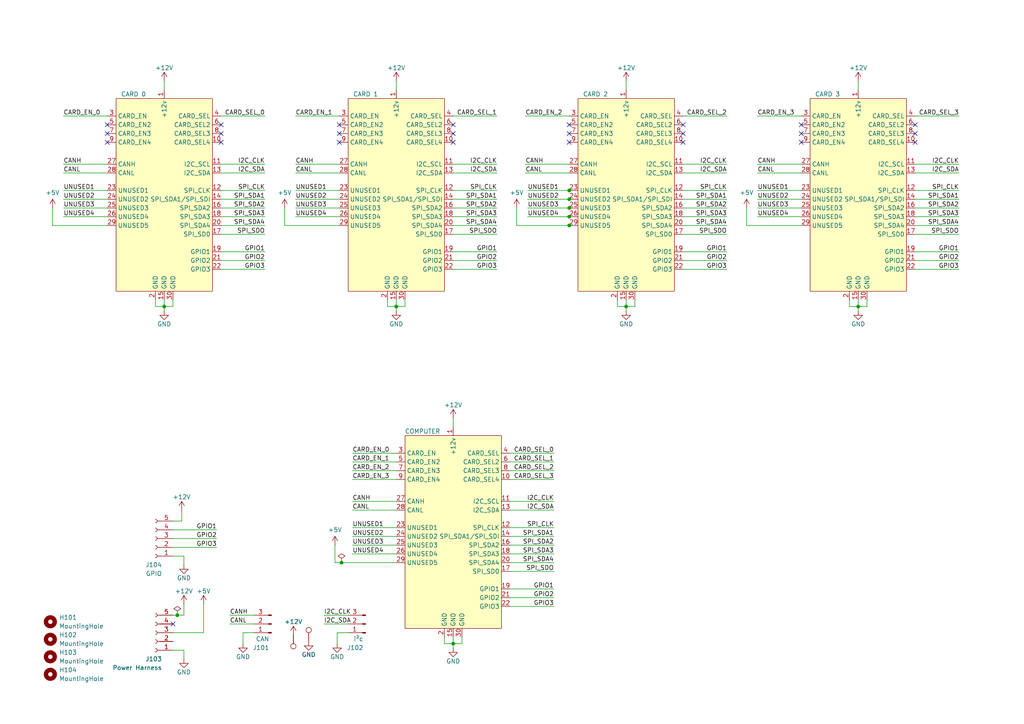
<source format=kicad_sch>
(kicad_sch (version 20231120) (generator "eeschema") (generator_version "8.0")
  (paper "A4")
  (lib_symbols
    (symbol "Connector:Conn_01x03_Pin" (pin_names (offset 1.016) hide)
      (property "Reference" "J" (at 0 5.08 0))
      (property "Value" "Conn_01x03_Pin" (at 0 -5.08 0))
      (symbol "Conn_01x03_Pin_1_1"
        (polyline (pts (xy 1.27 -2.54) (xy 0.8636 -2.54)) (stroke (width 0.1524)))
        (polyline (pts (xy 1.27 0) (xy 0.8636 0)) (stroke (width 0.1524)))
        (polyline (pts (xy 1.27 2.54) (xy 0.8636 2.54)) (stroke (width 0.1524)))
        (rectangle (start 0.8636 -2.413) (end 0 -2.667) (stroke (width 0.1524)) (fill (type outline)))
        (rectangle (start 0.8636 0.127) (end 0 -0.127) (stroke (width 0.1524)) (fill (type outline)))
        (rectangle (start 0.8636 2.667) (end 0 2.413) (stroke (width 0.1524)) (fill (type outline)))
        (pin passive line (at 5.08 2.54 180) (length 3.81) (name "Pin_1") (number "1"))
        (pin passive line (at 5.08 0 180) (length 3.81) (name "Pin_2") (number "2"))
        (pin passive line (at 5.08 -2.54 180) (length 3.81) (name "Pin_3") (number "3"))
      )
    )
    (symbol "Connector:Conn_01x05_Socket" (pin_names (offset 1.016) hide)
      (property "Reference" "J" (at 0 7.62 0))
      (property "Value" "Conn_01x05_Socket" (at 0 -7.62 0))
      (symbol "Conn_01x05_Socket_1_1"
        (arc (start 0 -4.572) (mid -0.5058 -5.08) (end 0 -5.588) (stroke (width 0.1524)))
        (arc (start 0 -2.032) (mid -0.5058 -2.54) (end 0 -3.048) (stroke (width 0.1524)))
        (polyline (pts (xy -1.27 -5.08) (xy -0.508 -5.08)) (stroke (width 0.1524)))
        (polyline (pts (xy -1.27 -2.54) (xy -0.508 -2.54)) (stroke (width 0.1524)))
        (polyline (pts (xy -1.27 0) (xy -0.508 0)) (stroke (width 0.1524)))
        (polyline (pts (xy -1.27 2.54) (xy -0.508 2.54)) (stroke (width 0.1524)))
        (polyline (pts (xy -1.27 5.08) (xy -0.508 5.08)) (stroke (width 0.1524)))
        (arc (start 0 0.508) (mid -0.5058 0) (end 0 -0.508) (stroke (width 0.1524)))
        (arc (start 0 3.048) (mid -0.5058 2.54) (end 0 2.032) (stroke (width 0.1524)))
        (arc (start 0 5.588) (mid -0.5058 5.08) (end 0 4.572) (stroke (width 0.1524)))
        (pin passive line (at -5.08 5.08 0) (length 3.81) (name "Pin_1") (number "1"))
        (pin passive line (at -5.08 2.54 0) (length 3.81) (name "Pin_2") (number "2"))
        (pin passive line (at -5.08 0 0) (length 3.81) (name "Pin_3") (number "3"))
        (pin passive line (at -5.08 -2.54 0) (length 3.81) (name "Pin_4") (number "4"))
        (pin passive line (at -5.08 -5.08 0) (length 3.81) (name "Pin_5") (number "5"))
      )
    )
    (symbol "Connector:TestPoint" (pin_numbers hide) (pin_names (offset 0.762) hide)
      (property "Reference" "TP" (at 0 6.858 0))
      (property "Value" "TestPoint" (at 0 5.08 0))
      (symbol "TestPoint_0_1"
        (circle (center 0 3.302) (radius 0.762))
      )
      (symbol "TestPoint_1_1"
        (pin passive line (at 0 0 90) (length 2.54) (name "1") (number "1"))
      )
    )
    (symbol "KenwoodFox:KIT_CONNECTOR"
      (property "Reference" "U" (at 12.7 -41.91 0))
      (property "Value" "CARD ?" (at 10.16 16.51 0))
      (symbol "KIT_CONNECTOR_1_1"
        (rectangle (start -13.97 15.24) (end 13.97 -40.64) (fill (type background)))
        (pin power_out line (at 0 17.78 270) (length 2.54) (name "+12v") (number "1"))
        (pin unspecified line (at 16.51 2.54 180) (length 2.54) (name "CARD_SEL4") (number "10"))
        (pin unspecified line (at 16.51 -3.81 180) (length 2.54) (name "I2C_SCL") (number "11"))
        (pin unspecified line (at 16.51 -11.43 180) (length 2.54) (name "SPI_CLK") (number "12"))
        (pin unspecified line (at 16.51 -6.35 180) (length 2.54) (name "I2C_SDA") (number "13"))
        (pin unspecified line (at 16.51 -13.97 180) (length 2.54) (name "SPI_SDA1/SPI_SDI") (number "14"))
        (pin power_out line (at 0 -43.18 90) (length 2.54) (name "GND") (number "15"))
        (pin unspecified line (at 16.51 -16.51 180) (length 2.54) (name "SPI_SDA2") (number "16"))
        (pin unspecified line (at 16.51 -24.13 180) (length 2.54) (name "SPI_SD0") (number "17"))
        (pin unspecified line (at 16.51 -19.05 180) (length 2.54) (name "SPI_SDA3") (number "18"))
        (pin unspecified line (at 16.51 -29.21 180) (length 2.54) (name "GPIO1") (number "19"))
        (pin power_out line (at -2.54 -43.18 90) (length 2.54) (name "GND") (number "2"))
        (pin unspecified line (at 16.51 -21.59 180) (length 2.54) (name "SPI_SDA4") (number "20"))
        (pin unspecified line (at 16.51 -31.75 180) (length 2.54) (name "GPIO2") (number "21"))
        (pin unspecified line (at 16.51 -34.29 180) (length 2.54) (name "GPIO3") (number "22"))
        (pin unspecified line (at -16.51 -11.43 0) (length 2.54) (name "UNUSED1") (number "23"))
        (pin unspecified line (at -16.51 -13.97 0) (length 2.54) (name "UNUSED2") (number "24"))
        (pin unspecified line (at -16.51 -16.51 0) (length 2.54) (name "UNUSED3") (number "25"))
        (pin unspecified line (at -16.51 -19.05 0) (length 2.54) (name "UNUSED4") (number "26"))
        (pin unspecified line (at -16.51 -3.81 0) (length 2.54) (name "CANH") (number "27"))
        (pin unspecified line (at -16.51 -6.35 0) (length 2.54) (name "CANL") (number "28"))
        (pin unspecified line (at -16.51 -21.59 0) (length 2.54) (name "UNUSED5") (number "29"))
        (pin unspecified line (at -16.51 10.16 0) (length 2.54) (name "CARD_EN") (number "3"))
        (pin power_out line (at 2.54 -43.18 90) (length 2.54) (name "GND") (number "30"))
        (pin unspecified line (at 16.51 10.16 180) (length 2.54) (name "CARD_SEL") (number "4"))
        (pin unspecified line (at -16.51 7.62 0) (length 2.54) (name "CARD_EN2") (number "5"))
        (pin unspecified line (at 16.51 7.62 180) (length 2.54) (name "CARD_SEL2") (number "6"))
        (pin unspecified line (at -16.51 5.08 0) (length 2.54) (name "CARD_EN3") (number "7"))
        (pin unspecified line (at 16.51 5.08 180) (length 2.54) (name "CARD_SEL3") (number "8"))
        (pin unspecified line (at -16.51 2.54 0) (length 2.54) (name "CARD_EN4") (number "9"))
      )
    )
    (symbol "Mechanical:MountingHole" (pin_names (offset 1.016))
      (property "Reference" "H" (at 0 5.08 0))
      (property "Value" "MountingHole" (at 0 3.175 0))
      (symbol "MountingHole_0_1"
        (circle (center 0 0) (radius 1.27) (stroke (width 1.27)))
      )
    )
    (symbol "power:+12V" (power) (pin_names (offset 0))
      (property "Value" "+12V" (at 0 3.556 0))
      (symbol "+12V_0_1"
        (polyline (pts (xy -0.762 1.27) (xy 0 2.54)))
        (polyline (pts (xy 0 0) (xy 0 2.54)))
        (polyline (pts (xy 0 2.54) (xy 0.762 1.27)))
      )
      (symbol "+12V_1_1"
        (pin power_in line (at 0 0 90) (length 0) hide (name "+12V") (number "1"))
      )
    )
    (symbol "power:+5V" (power) (pin_names (offset 0))
      (property "Value" "+5V" (at 0 3.556 0))
      (symbol "+5V_0_1"
        (polyline (pts (xy -0.762 1.27) (xy 0 2.54)))
        (polyline (pts (xy 0 0) (xy 0 2.54)))
        (polyline (pts (xy 0 2.54) (xy 0.762 1.27)))
      )
      (symbol "+5V_1_1"
        (pin power_in line (at 0 0 90) (length 0) hide (name "+5V") (number "1"))
      )
    )
    (symbol "power:GND" (power) (pin_names (offset 0))
      (property "Value" "GND" (at 0 -3.81 0))
      (symbol "GND_0_1"
        (polyline (pts (xy 0 0) (xy 0 -1.27) (xy 1.27 -1.27) (xy 0 -2.54) (xy -1.27 -1.27) (xy 0 -1.27)))
      )
      (symbol "GND_1_1"
        (pin power_in line (at 0 0 270) (length 0) hide (name "GND") (number "1"))
      )
    )
    (symbol "power:PWR_FLAG" (power) (pin_numbers hide) (pin_names (offset 0) hide)
      (property "Value" "PWR_FLAG" (at 0 3.81 0))
      (symbol "PWR_FLAG_0_0"
        (pin power_out line (at 0 0 90) (length 0) (name "pwr") (number "1"))
      )
      (symbol "PWR_FLAG_0_1"
        (polyline (pts (xy 0 0) (xy 0 1.27) (xy -1.016 1.905) (xy 0 2.54) (xy 1.016 1.905) (xy 0 1.27)))
      )
    )
  )
  (junction (at 47.625 88.9))
  (junction (at 248.92 88.9))
  (junction (at 51.435 178.435))
  (junction (at 165.1 55.245))
  (junction (at 165.1 62.865))
  (junction (at 165.1 65.405))
  (junction (at 99.06 163.195))
  (junction (at 131.445 186.69))
  (junction (at 165.1 60.325))
  (junction (at 181.61 88.9))
  (junction (at 114.935 88.9))
  (junction (at 165.1 57.785))
  (no_connect (at 131.445 38.735))
  (no_connect (at 98.425 38.735))
  (no_connect (at 31.115 36.195))
  (no_connect (at 131.445 36.195))
  (no_connect (at 64.135 38.735))
  (no_connect (at 265.43 36.195))
  (no_connect (at 64.135 41.275))
  (no_connect (at 165.1 41.275))
  (no_connect (at 165.1 38.735))
  (no_connect (at 64.135 36.195))
  (no_connect (at 98.425 36.195))
  (no_connect (at 131.445 41.275))
  (no_connect (at 165.1 36.195))
  (no_connect (at 232.41 36.195))
  (no_connect (at 232.41 41.275))
  (no_connect (at 50.165 180.975))
  (no_connect (at 232.41 38.735))
  (no_connect (at 198.12 36.195))
  (no_connect (at 31.115 38.735))
  (no_connect (at 265.43 41.275))
  (no_connect (at 198.12 41.275))
  (no_connect (at 98.425 41.275))
  (no_connect (at 265.43 38.735))
  (no_connect (at 31.115 41.275))
  (no_connect (at 198.12 38.735))
  (wire (pts (xy 18.415 60.325) (xy 31.115 60.325)))
  (wire (pts (xy 219.71 50.165) (xy 232.41 50.165)))
  (wire (pts (xy 248.92 90.17) (xy 248.92 88.9)))
  (wire (pts (xy 18.415 55.245) (xy 31.115 55.245)))
  (wire (pts (xy 160.655 173.355) (xy 147.955 173.355)))
  (wire (pts (xy 15.24 65.405) (xy 31.115 65.405)))
  (wire (pts (xy 219.71 55.245) (xy 232.41 55.245)))
  (wire (pts (xy 102.235 153.035) (xy 114.935 153.035)))
  (wire (pts (xy 52.705 147.955) (xy 52.705 151.13)))
  (wire (pts (xy 114.935 86.995) (xy 114.935 88.9)))
  (wire (pts (xy 210.82 62.865) (xy 198.12 62.865)))
  (wire (pts (xy 147.955 139.065) (xy 160.655 139.065)))
  (wire (pts (xy 210.82 73.025) (xy 198.12 73.025)))
  (wire (pts (xy 210.82 65.405) (xy 198.12 65.405)))
  (wire (pts (xy 153.035 62.865) (xy 165.1 62.865)))
  (wire (pts (xy 114.935 88.9) (xy 112.395 88.9)))
  (wire (pts (xy 76.835 50.165) (xy 64.135 50.165)))
  (wire (pts (xy 85.725 62.865) (xy 98.425 62.865)))
  (wire (pts (xy 59.055 175.26) (xy 59.055 183.515)))
  (wire (pts (xy 160.655 165.735) (xy 147.955 165.735)))
  (wire (pts (xy 133.985 186.69) (xy 133.985 184.785)))
  (wire (pts (xy 248.92 23.495) (xy 248.92 26.035)))
  (wire (pts (xy 85.725 55.245) (xy 98.425 55.245)))
  (wire (pts (xy 278.13 50.165) (xy 265.43 50.165)))
  (wire (pts (xy 147.955 133.985) (xy 160.655 133.985)))
  (wire (pts (xy 278.13 65.405) (xy 265.43 65.405)))
  (wire (pts (xy 99.06 163.195) (xy 114.935 163.195)))
  (wire (pts (xy 47.625 86.995) (xy 47.625 88.9)))
  (wire (pts (xy 278.13 55.245) (xy 265.43 55.245)))
  (wire (pts (xy 278.13 78.105) (xy 265.43 78.105)))
  (wire (pts (xy 248.92 86.995) (xy 248.92 88.9)))
  (wire (pts (xy 210.82 50.165) (xy 198.12 50.165)))
  (wire (pts (xy 131.445 186.69) (xy 133.985 186.69)))
  (wire (pts (xy 53.34 161.29) (xy 50.165 161.29)))
  (wire (pts (xy 131.445 33.655) (xy 144.145 33.655)))
  (wire (pts (xy 52.705 151.13) (xy 50.165 151.13)))
  (wire (pts (xy 97.79 186.69) (xy 97.79 183.515)))
  (wire (pts (xy 144.145 73.025) (xy 131.445 73.025)))
  (wire (pts (xy 278.13 67.945) (xy 265.43 67.945)))
  (wire (pts (xy 278.13 73.025) (xy 265.43 73.025)))
  (wire (pts (xy 160.655 160.655) (xy 147.955 160.655)))
  (wire (pts (xy 97.155 163.195) (xy 99.06 163.195)))
  (wire (pts (xy 153.035 60.325) (xy 165.1 60.325)))
  (wire (pts (xy 51.435 178.435) (xy 50.165 178.435)))
  (wire (pts (xy 53.34 175.26) (xy 53.34 178.435)))
  (wire (pts (xy 210.82 57.785) (xy 198.12 57.785)))
  (wire (pts (xy 210.82 67.945) (xy 198.12 67.945)))
  (wire (pts (xy 144.145 57.785) (xy 131.445 57.785)))
  (wire (pts (xy 76.835 67.945) (xy 64.135 67.945)))
  (wire (pts (xy 76.835 65.405) (xy 64.135 65.405)))
  (wire (pts (xy 153.035 57.785) (xy 165.1 57.785)))
  (wire (pts (xy 53.34 178.435) (xy 51.435 178.435)))
  (wire (pts (xy 181.61 88.9) (xy 184.15 88.9)))
  (wire (pts (xy 102.235 139.065) (xy 114.935 139.065)))
  (wire (pts (xy 179.07 86.995) (xy 179.07 88.9)))
  (wire (pts (xy 102.235 133.985) (xy 114.935 133.985)))
  (wire (pts (xy 62.865 156.21) (xy 50.165 156.21)))
  (wire (pts (xy 76.835 47.625) (xy 64.135 47.625)))
  (wire (pts (xy 85.725 60.325) (xy 98.425 60.325)))
  (wire (pts (xy 47.625 23.495) (xy 47.625 26.035)))
  (wire (pts (xy 278.13 57.785) (xy 265.43 57.785)))
  (wire (pts (xy 210.82 55.245) (xy 198.12 55.245)))
  (wire (pts (xy 278.13 62.865) (xy 265.43 62.865)))
  (wire (pts (xy 18.415 47.625) (xy 31.115 47.625)))
  (wire (pts (xy 62.865 158.75) (xy 50.165 158.75)))
  (wire (pts (xy 160.655 175.895) (xy 147.955 175.895)))
  (wire (pts (xy 102.235 131.445) (xy 114.935 131.445)))
  (wire (pts (xy 45.085 86.995) (xy 45.085 88.9)))
  (wire (pts (xy 131.445 184.785) (xy 131.445 186.69)))
  (wire (pts (xy 70.485 186.69) (xy 70.485 183.515)))
  (wire (pts (xy 152.4 33.655) (xy 165.1 33.655)))
  (wire (pts (xy 66.675 180.975) (xy 73.66 180.975)))
  (wire (pts (xy 219.71 33.655) (xy 232.41 33.655)))
  (wire (pts (xy 97.79 183.515) (xy 100.965 183.515)))
  (wire (pts (xy 160.655 145.415) (xy 147.955 145.415)))
  (wire (pts (xy 144.145 78.105) (xy 131.445 78.105)))
  (wire (pts (xy 97.155 158.115) (xy 97.155 163.195)))
  (wire (pts (xy 153.035 55.245) (xy 165.1 55.245)))
  (wire (pts (xy 66.675 178.435) (xy 73.66 178.435)))
  (wire (pts (xy 165.1 55.245) (xy 165.735 55.245)))
  (wire (pts (xy 47.625 88.9) (xy 50.165 88.9)))
  (wire (pts (xy 18.415 50.165) (xy 31.115 50.165)))
  (wire (pts (xy 219.71 62.865) (xy 232.41 62.865)))
  (wire (pts (xy 147.955 136.525) (xy 160.655 136.525)))
  (wire (pts (xy 102.235 136.525) (xy 114.935 136.525)))
  (wire (pts (xy 82.55 60.325) (xy 82.55 65.405)))
  (wire (pts (xy 144.145 60.325) (xy 131.445 60.325)))
  (wire (pts (xy 102.235 155.575) (xy 114.935 155.575)))
  (wire (pts (xy 76.835 75.565) (xy 64.135 75.565)))
  (wire (pts (xy 219.71 60.325) (xy 232.41 60.325)))
  (wire (pts (xy 181.61 86.995) (xy 181.61 88.9)))
  (wire (pts (xy 18.415 57.785) (xy 31.115 57.785)))
  (wire (pts (xy 181.61 90.17) (xy 181.61 88.9)))
  (wire (pts (xy 248.92 88.9) (xy 246.38 88.9)))
  (wire (pts (xy 165.1 57.785) (xy 165.735 57.785)))
  (wire (pts (xy 165.1 65.405) (xy 165.735 65.405)))
  (wire (pts (xy 85.725 50.165) (xy 98.425 50.165)))
  (wire (pts (xy 117.475 88.9) (xy 117.475 86.995)))
  (wire (pts (xy 160.655 155.575) (xy 147.955 155.575)))
  (wire (pts (xy 181.61 23.495) (xy 181.61 26.035)))
  (wire (pts (xy 85.725 33.655) (xy 98.425 33.655)))
  (wire (pts (xy 210.82 60.325) (xy 198.12 60.325)))
  (wire (pts (xy 18.415 33.655) (xy 31.115 33.655)))
  (wire (pts (xy 181.61 88.9) (xy 179.07 88.9)))
  (wire (pts (xy 144.145 65.405) (xy 131.445 65.405)))
  (wire (pts (xy 210.82 75.565) (xy 198.12 75.565)))
  (wire (pts (xy 198.12 33.655) (xy 210.82 33.655)))
  (wire (pts (xy 165.1 62.865) (xy 165.735 62.865)))
  (wire (pts (xy 210.82 78.105) (xy 198.12 78.105)))
  (wire (pts (xy 219.71 47.625) (xy 232.41 47.625)))
  (wire (pts (xy 62.865 153.67) (xy 50.165 153.67)))
  (wire (pts (xy 93.98 180.975) (xy 100.965 180.975)))
  (wire (pts (xy 144.145 50.165) (xy 131.445 50.165)))
  (wire (pts (xy 47.625 88.9) (xy 45.085 88.9)))
  (wire (pts (xy 248.92 88.9) (xy 251.46 88.9)))
  (wire (pts (xy 85.725 47.625) (xy 98.425 47.625)))
  (wire (pts (xy 144.145 47.625) (xy 131.445 47.625)))
  (wire (pts (xy 114.935 88.9) (xy 117.475 88.9)))
  (wire (pts (xy 102.235 158.115) (xy 114.935 158.115)))
  (wire (pts (xy 15.24 60.325) (xy 15.24 65.405)))
  (wire (pts (xy 144.145 75.565) (xy 131.445 75.565)))
  (wire (pts (xy 76.835 55.245) (xy 64.135 55.245)))
  (wire (pts (xy 216.535 65.405) (xy 232.41 65.405)))
  (wire (pts (xy 278.13 75.565) (xy 265.43 75.565)))
  (wire (pts (xy 102.235 147.955) (xy 114.935 147.955)))
  (wire (pts (xy 149.86 65.405) (xy 165.1 65.405)))
  (wire (pts (xy 114.935 90.17) (xy 114.935 88.9)))
  (wire (pts (xy 219.71 57.785) (xy 232.41 57.785)))
  (wire (pts (xy 278.13 60.325) (xy 265.43 60.325)))
  (wire (pts (xy 102.235 160.655) (xy 114.935 160.655)))
  (wire (pts (xy 160.655 153.035) (xy 147.955 153.035)))
  (wire (pts (xy 147.955 131.445) (xy 160.655 131.445)))
  (wire (pts (xy 76.835 57.785) (xy 64.135 57.785)))
  (wire (pts (xy 160.655 147.955) (xy 147.955 147.955)))
  (wire (pts (xy 76.835 60.325) (xy 64.135 60.325)))
  (wire (pts (xy 216.535 60.325) (xy 216.535 65.405)))
  (wire (pts (xy 50.165 88.9) (xy 50.165 86.995)))
  (wire (pts (xy 265.43 33.655) (xy 278.13 33.655)))
  (wire (pts (xy 144.145 55.245) (xy 131.445 55.245)))
  (wire (pts (xy 131.445 186.69) (xy 128.905 186.69)))
  (wire (pts (xy 152.4 50.165) (xy 165.1 50.165)))
  (wire (pts (xy 160.655 170.815) (xy 147.955 170.815)))
  (wire (pts (xy 131.445 121.285) (xy 131.445 123.825)))
  (wire (pts (xy 53.34 163.83) (xy 53.34 161.29)))
  (wire (pts (xy 59.055 183.515) (xy 50.165 183.515)))
  (wire (pts (xy 246.38 86.995) (xy 246.38 88.9)))
  (wire (pts (xy 47.625 90.17) (xy 47.625 88.9)))
  (wire (pts (xy 128.905 184.785) (xy 128.905 186.69)))
  (wire (pts (xy 53.34 188.595) (xy 50.165 188.595)))
  (wire (pts (xy 70.485 183.515) (xy 73.66 183.515)))
  (wire (pts (xy 76.835 62.865) (xy 64.135 62.865)))
  (wire (pts (xy 278.13 47.625) (xy 265.43 47.625)))
  (wire (pts (xy 82.55 65.405) (xy 98.425 65.405)))
  (wire (pts (xy 64.135 33.655) (xy 76.835 33.655)))
  (wire (pts (xy 210.82 47.625) (xy 198.12 47.625)))
  (wire (pts (xy 93.98 178.435) (xy 100.965 178.435)))
  (wire (pts (xy 251.46 88.9) (xy 251.46 86.995)))
  (wire (pts (xy 160.655 163.195) (xy 147.955 163.195)))
  (wire (pts (xy 149.86 60.325) (xy 149.86 65.405)))
  (wire (pts (xy 144.145 62.865) (xy 131.445 62.865)))
  (wire (pts (xy 112.395 86.995) (xy 112.395 88.9)))
  (wire (pts (xy 160.655 158.115) (xy 147.955 158.115)))
  (wire (pts (xy 102.235 145.415) (xy 114.935 145.415)))
  (wire (pts (xy 184.15 88.9) (xy 184.15 86.995)))
  (wire (pts (xy 131.445 187.96) (xy 131.445 186.69)))
  (wire (pts (xy 165.1 60.325) (xy 165.735 60.325)))
  (wire (pts (xy 53.34 191.135) (xy 53.34 188.595)))
  (wire (pts (xy 152.4 47.625) (xy 165.1 47.625)))
  (wire (pts (xy 144.145 67.945) (xy 131.445 67.945)))
  (wire (pts (xy 18.415 62.865) (xy 31.115 62.865)))
  (wire (pts (xy 76.835 78.105) (xy 64.135 78.105)))
  (wire (pts (xy 85.725 57.785) (xy 98.425 57.785)))
  (wire (pts (xy 76.835 73.025) (xy 64.135 73.025)))
  (wire (pts (xy 114.935 23.495) (xy 114.935 26.035)))
  (label "UNUSED3" (at 219.71 60.325 0))
  (label "UNUSED3" (at 85.725 60.325 0))
  (label "UNUSED4" (at 153.035 62.865 0))
  (label "GPIO2" (at 210.82 75.565 180))
  (label "GPIO3" (at 160.655 175.895 180))
  (label "GPIO1" (at 278.13 73.025 180))
  (label "GPIO2" (at 76.835 75.565 180))
  (label "SPI_SDA4" (at 76.835 65.405 180))
  (label "GPIO1" (at 76.835 73.025 180))
  (label "CANH" (at 85.725 47.625 0))
  (label "I2C_SDA" (at 278.13 50.165 180))
  (label "UNUSED4" (at 219.71 62.865 0))
  (label "SPI_SDA4" (at 160.655 163.195 180))
  (label "UNUSED4" (at 102.235 160.655 0))
  (label "I2C_SDA" (at 93.98 180.975 0))
  (label "I2C_CLK" (at 144.145 47.625 180))
  (label "CARD_EN_2" (at 152.4 33.655 0))
  (label "GPIO2" (at 144.145 75.565 180))
  (label "CARD_EN_1" (at 85.725 33.655 0))
  (label "CARD_EN_0" (at 102.235 131.445 0))
  (label "SPI_SDO" (at 76.835 67.945 180))
  (label "CARD_SEL_2" (at 160.655 136.525 180))
  (label "GPIO1" (at 62.865 153.67 180))
  (label "SPI_SDA1" (at 144.145 57.785 180))
  (label "I2C_CLK" (at 278.13 47.625 180))
  (label "UNUSED1" (at 18.415 55.245 0))
  (label "I2C_CLK" (at 76.835 47.625 180))
  (label "UNUSED2" (at 219.71 57.785 0))
  (label "UNUSED4" (at 85.725 62.865 0))
  (label "SPI_SDA1" (at 160.655 155.575 180))
  (label "UNUSED4" (at 18.415 62.865 0))
  (label "UNUSED2" (at 153.035 57.785 0))
  (label "GPIO3" (at 210.82 78.105 180))
  (label "UNUSED2" (at 18.415 57.785 0))
  (label "SPI_SDA2" (at 144.145 60.325 180))
  (label "I2C_SDA" (at 76.835 50.165 180))
  (label "UNUSED3" (at 18.415 60.325 0))
  (label "SPI_SDA3" (at 144.145 62.865 180))
  (label "SPI_SDO" (at 144.145 67.945 180))
  (label "SPI_SDO" (at 160.655 165.735 180))
  (label "GPIO3" (at 62.865 158.75 180))
  (label "SPI_CLK" (at 144.145 55.245 180))
  (label "CARD_SEL_2" (at 210.82 33.655 180))
  (label "I2C_CLK" (at 210.82 47.625 180))
  (label "CANL" (at 85.725 50.165 0))
  (label "SPI_CLK" (at 76.835 55.245 180))
  (label "UNUSED1" (at 85.725 55.245 0))
  (label "GPIO3" (at 278.13 78.105 180))
  (label "CARD_SEL_1" (at 160.655 133.985 180))
  (label "SPI_SDA1" (at 278.13 57.785 180))
  (label "GPIO3" (at 76.835 78.105 180))
  (label "SPI_CLK" (at 210.82 55.245 180))
  (label "SPI_SDA3" (at 160.655 160.655 180))
  (label "SPI_SDA2" (at 278.13 60.325 180))
  (label "CANL" (at 219.71 50.165 0))
  (label "CARD_SEL_1" (at 144.145 33.655 180))
  (label "CANH" (at 102.235 145.415 0))
  (label "CARD_EN_3" (at 219.71 33.655 0))
  (label "CANL" (at 66.675 180.975 0))
  (label "I2C_CLK" (at 160.655 145.415 180))
  (label "UNUSED1" (at 219.71 55.245 0))
  (label "I2C_SDA" (at 210.82 50.165 180))
  (label "SPI_SDA3" (at 76.835 62.865 180))
  (label "SPI_SDA2" (at 160.655 158.115 180))
  (label "UNUSED2" (at 85.725 57.785 0))
  (label "GPIO2" (at 62.865 156.21 180))
  (label "UNUSED3" (at 102.235 158.115 0))
  (label "GPIO1" (at 144.145 73.025 180))
  (label "GPIO1" (at 210.82 73.025 180))
  (label "SPI_CLK" (at 160.655 153.035 180))
  (label "SPI_SDA4" (at 278.13 65.405 180))
  (label "SPI_SDO" (at 210.82 67.945 180))
  (label "GPIO3" (at 144.145 78.105 180))
  (label "UNUSED3" (at 153.035 60.325 0))
  (label "CANH" (at 18.415 47.625 0))
  (label "CARD_EN_0" (at 18.415 33.655 0))
  (label "UNUSED2" (at 102.235 155.575 0))
  (label "CARD_EN_2" (at 102.235 136.525 0))
  (label "CARD_EN_3" (at 102.235 139.065 0))
  (label "UNUSED1" (at 102.235 153.035 0))
  (label "UNUSED1" (at 153.035 55.245 0))
  (label "SPI_SDA2" (at 210.82 60.325 180))
  (label "GPIO1" (at 160.655 170.815 180))
  (label "CANH" (at 219.71 47.625 0))
  (label "CANL" (at 152.4 50.165 0))
  (label "SPI_SDA1" (at 76.835 57.785 180))
  (label "CARD_EN_1" (at 102.235 133.985 0))
  (label "SPI_SDA4" (at 210.82 65.405 180))
  (label "SPI_CLK" (at 278.13 55.245 180))
  (label "CARD_SEL_3" (at 160.655 139.065 180))
  (label "CARD_SEL_0" (at 76.835 33.655 180))
  (label "I2C_CLK" (at 93.98 178.435 0))
  (label "SPI_SDA1" (at 210.82 57.785 180))
  (label "SPI_SDA4" (at 144.145 65.405 180))
  (label "GPIO2" (at 160.655 173.355 180))
  (label "CARD_SEL_3" (at 278.13 33.655 180))
  (label "SPI_SDA2" (at 76.835 60.325 180))
  (label "GPIO2" (at 278.13 75.565 180))
  (label "CARD_SEL_0" (at 160.655 131.445 180))
  (label "I2C_SDA" (at 144.145 50.165 180))
  (label "CANL" (at 18.415 50.165 0))
  (label "SPI_SDO" (at 278.13 67.945 180))
  (label "CANH" (at 152.4 47.625 0))
  (label "CANL" (at 102.235 147.955 0))
  (label "SPI_SDA3" (at 278.13 62.865 180))
  (label "CANH" (at 66.675 178.435 0))
  (label "SPI_SDA3" (at 210.82 62.865 180))
  (label "I2C_SDA" (at 160.655 147.955 180))
  (symbol (lib_id "Mechanical:MountingHole") (at 14.605 185.42 0) (unit 1)
    (property "Reference" "H102" (at 17.145 184.15 0) (effects (justify left)))
    (property "Value" "MountingHole" (at 17.145 186.69 0) (effects (justify left)))
    (property "Footprint" "MountingHole:MountingHole_3.5mm" (effects (hide yes)))
  )
  (symbol (lib_id "power:GND") (at 248.92 90.17 0) (unit 1)
    (property "Reference" "#PWR0110" (effects (hide yes)))
    (property "Value" "GND" (at 248.92 93.98 0))
  )
  (symbol (lib_id "power:+12V") (at 53.34 175.26 0) (unit 1)
    (property "Reference" "#PWR0122" (effects (hide yes)))
    (property "Value" "+12V" (at 53.34 171.45 0))
  )
  (symbol (lib_id "power:+12V") (at 248.92 23.495 0) (unit 1)
    (property "Reference" "#PWR0109" (effects (hide yes)))
    (property "Value" "+12V" (at 248.92 19.685 0))
  )
  (symbol (lib_id "power:+12V") (at 181.61 23.495 0) (unit 1)
    (property "Reference" "#PWR0107" (effects (hide yes)))
    (property "Value" "+12V" (at 181.61 19.685 0))
  )
  (symbol (lib_id "KenwoodFox:KIT_CONNECTOR") (at 47.625 43.815 0) (unit 1)
    (property "Reference" "U102" (effects (hide yes)))
    (property "Value" "CARD 0" (at 38.735 27.305 0))
    (property "Footprint" "KenwoodFox:EBM15DSEH" (effects (hide yes)))
  )
  (symbol (lib_id "power:+5V") (at 97.155 158.115 0) (unit 1)
    (property "Reference" "#PWR0111" (effects (hide yes)))
    (property "Value" "+5V" (at 97.155 153.67 0))
  )
  (symbol (lib_id "power:+5V") (at 82.55 60.325 0) (unit 1)
    (property "Reference" "#PWR0118" (effects (hide yes)))
    (property "Value" "+5V" (at 82.55 55.88 0))
  )
  (symbol (lib_id "Connector:TestPoint") (at 89.535 186.055 0) (unit 1)
    (property "Reference" "TP102" (effects (hide yes)))
    (property "Value" "TestPoint" (effects (hide yes)))
    (property "Footprint" "TestPoint:TestPoint_Loop_D2.54mm_Drill1.5mm_Beaded" (effects (hide yes)))
  )
  (symbol (lib_id "Connector:Conn_01x03_Pin") (at 78.74 180.975 180) (unit 1)
    (property "Reference" "J101" (at 78.105 188.595 0) (effects (justify left top)))
    (property "Value" "CAN" (at 78.105 186.055 0) (effects (justify left top)))
    (property "Footprint" "Connector_JST:JST_EH_B3B-EH-A_1x03_P2.50mm_Vertical" (effects (hide yes)))
  )
  (symbol (lib_id "power:+5V") (at 149.86 60.325 0) (unit 1)
    (property "Reference" "#PWR0119" (effects (hide yes)))
    (property "Value" "+5V" (at 149.86 55.88 0))
  )
  (symbol (lib_id "power:GND") (at 97.79 186.69 0) (unit 1)
    (property "Reference" "#PWR0114" (effects (hide yes)))
    (property "Value" "GND" (at 97.79 190.5 0))
  )
  (symbol (lib_id "KenwoodFox:KIT_CONNECTOR") (at 181.61 43.815 0) (unit 1)
    (property "Reference" "U104" (effects (hide yes)))
    (property "Value" "CARD 2" (at 172.72 27.305 0))
    (property "Footprint" "KenwoodFox:EBM15DSEH" (effects (hide yes)))
  )
  (symbol (lib_id "power:GND") (at 47.625 90.17 0) (unit 1)
    (property "Reference" "#PWR0124" (effects (hide yes)))
    (property "Value" "GND" (at 47.625 93.98 0))
  )
  (symbol (lib_id "power:GND") (at 181.61 90.17 0) (unit 1)
    (property "Reference" "#PWR0108" (effects (hide yes)))
    (property "Value" "GND" (at 181.61 93.98 0))
  )
  (symbol (lib_id "power:+5V") (at 216.535 60.325 0) (unit 1)
    (property "Reference" "#PWR0120" (effects (hide yes)))
    (property "Value" "+5V" (at 216.535 55.88 0))
  )
  (symbol (lib_id "Mechanical:MountingHole") (at 14.605 180.34 0) (unit 1)
    (property "Reference" "H101" (at 17.145 179.07 0) (effects (justify left)))
    (property "Value" "MountingHole" (at 17.145 181.61 0) (effects (justify left)))
    (property "Footprint" "MountingHole:MountingHole_3.5mm" (effects (hide yes)))
  )
  (symbol (lib_id "power:+5V") (at 15.24 60.325 0) (unit 1)
    (property "Reference" "#PWR0117" (effects (hide yes)))
    (property "Value" "+5V" (at 15.24 55.88 0))
  )
  (symbol (lib_id "power:GND") (at 131.445 187.96 0) (unit 1)
    (property "Reference" "#PWR0103" (effects (hide yes)))
    (property "Value" "GND" (at 131.445 191.77 0))
  )
  (symbol (lib_id "power:+12V") (at 131.445 121.285 0) (unit 1)
    (property "Reference" "#PWR0102" (effects (hide yes)))
    (property "Value" "+12V" (at 131.445 117.475 0))
  )
  (symbol (lib_id "power:PWR_FLAG") (at 99.06 163.195 0) (unit 1)
    (property "Reference" "#FLG0102" (effects (hide yes)))
    (property "Value" "PWR_FLAG" (effects (hide yes)))
  )
  (symbol (lib_id "power:+12V") (at 85.09 184.15 0) (unit 1)
    (property "Reference" "#PWR0112" (effects (hide yes)))
    (property "Value" "+12V" (at 85.09 180.34 0))
  )
  (symbol (lib_id "power:+12V") (at 52.705 147.955 0) (unit 1)
    (property "Reference" "#PWR0116" (effects (hide yes)))
    (property "Value" "+12V" (at 52.705 144.145 0))
  )
  (symbol (lib_id "power:GND") (at 89.535 186.055 0) (unit 1)
    (property "Reference" "#PWR0113" (effects (hide yes)))
    (property "Value" "GND" (at 89.535 189.865 0))
  )
  (symbol (lib_id "Mechanical:MountingHole") (at 14.605 195.58 0) (unit 1)
    (property "Reference" "H104" (at 17.145 194.31 0) (effects (justify left)))
    (property "Value" "MountingHole" (at 17.145 196.85 0) (effects (justify left)))
    (property "Footprint" "MountingHole:MountingHole_3.5mm" (effects (hide yes)))
  )
  (symbol (lib_id "power:+12V") (at 47.625 23.495 0) (unit 1)
    (property "Reference" "#PWR0104" (effects (hide yes)))
    (property "Value" "+12V" (at 47.625 19.685 0))
  )
  (symbol (lib_id "Connector:Conn_01x03_Pin") (at 106.045 180.975 180) (unit 1)
    (property "Reference" "J102" (at 105.41 188.595 0) (effects (justify left top)))
    (property "Value" "i²c" (at 105.41 186.055 0) (effects (justify left top)))
    (property "Footprint" "Connector_JST:JST_EH_B3B-EH-A_1x03_P2.50mm_Vertical" (effects (hide yes)))
  )
  (symbol (lib_id "KenwoodFox:KIT_CONNECTOR") (at 131.445 141.605 0) (unit 1)
    (property "Reference" "U101" (effects (hide yes)))
    (property "Value" "COMPUTER" (at 122.555 125.095 0))
    (property "Footprint" "KenwoodFox:EBM15DSEH" (effects (hide yes)))
  )
  (symbol (lib_id "Connector:Conn_01x05_Socket") (at 45.085 183.515 180) (unit 1)
    (property "Reference" "J103" (at 46.99 191.135 0) (effects (justify left)))
    (property "Value" "Power Harness" (at 46.99 193.675 0) (effects (justify left)))
    (property "Footprint" "Connector_JST:JST_EH_B5B-EH-A_1x05_P2.50mm_Vertical" (effects (hide yes)))
  )
  (symbol (lib_id "power:GND") (at 53.34 163.83 0) (unit 1)
    (property "Reference" "#PWR0115" (effects (hide yes)))
    (property "Value" "GND" (at 53.34 167.64 0))
  )
  (symbol (lib_id "KenwoodFox:KIT_CONNECTOR") (at 248.92 43.815 0) (unit 1)
    (property "Reference" "U105" (effects (hide yes)))
    (property "Value" "CARD 3" (at 240.03 27.305 0))
    (property "Footprint" "KenwoodFox:EBM15DSEH" (effects (hide yes)))
  )
  (symbol (lib_id "power:+12V") (at 114.935 23.495 0) (unit 1)
    (property "Reference" "#PWR0105" (effects (hide yes)))
    (property "Value" "+12V" (at 114.935 19.685 0))
  )
  (symbol (lib_id "Mechanical:MountingHole") (at 14.605 190.5 0) (unit 1)
    (property "Reference" "H103" (at 17.145 189.23 0) (effects (justify left)))
    (property "Value" "MountingHole" (at 17.145 191.77 0) (effects (justify left)))
    (property "Footprint" "MountingHole:MountingHole_3.5mm" (effects (hide yes)))
  )
  (symbol (lib_id "power:GND") (at 70.485 186.69 0) (unit 1)
    (property "Reference" "#PWR0101" (effects (hide yes)))
    (property "Value" "GND" (at 70.485 190.5 0))
  )
  (symbol (lib_id "KenwoodFox:KIT_CONNECTOR") (at 114.935 43.815 0) (unit 1)
    (property "Reference" "U103" (effects (hide yes)))
    (property "Value" "CARD 1" (at 106.045 27.305 0))
    (property "Footprint" "KenwoodFox:EBM15DSEH" (effects (hide yes)))
  )
  (symbol (lib_id "power:GND") (at 114.935 90.17 0) (unit 1)
    (property "Reference" "#PWR0106" (effects (hide yes)))
    (property "Value" "GND" (at 114.935 93.98 0))
  )
  (symbol (lib_id "Connector:TestPoint") (at 85.09 184.15 180) (unit 1)
    (property "Reference" "TP101" (effects (hide yes)))
    (property "Value" "TestPoint" (effects (hide yes)))
    (property "Footprint" "TestPoint:TestPoint_Loop_D2.54mm_Drill1.5mm_Beaded" (effects (hide yes)))
  )
  (symbol (lib_id "Connector:Conn_01x05_Socket") (at 45.085 156.21 180) (unit 1)
    (property "Reference" "J104" (at 46.99 163.83 0) (effects (justify left)))
    (property "Value" "GPIO" (at 46.99 166.37 0) (effects (justify left)))
    (property "Footprint" "Connector_JST:JST_EH_B5B-EH-A_1x05_P2.50mm_Vertical" (effects (hide yes)))
  )
  (symbol (lib_id "power:GND") (at 53.34 191.135 0) (unit 1)
    (property "Reference" "#PWR0121" (effects (hide yes)))
    (property "Value" "GND" (at 53.34 194.945 0))
  )
  (symbol (lib_id "power:PWR_FLAG") (at 51.435 178.435 0) (unit 1)
    (property "Reference" "#FLG0101" (effects (hide yes)))
    (property "Value" "PWR_FLAG" (effects (hide yes)))
  )
  (symbol (lib_id "power:+5V") (at 59.055 175.26 0) (unit 1)
    (property "Reference" "#PWR0123" (effects (hide yes)))
    (property "Value" "+5V" (at 59.055 171.45 0))
  )
)
</source>
